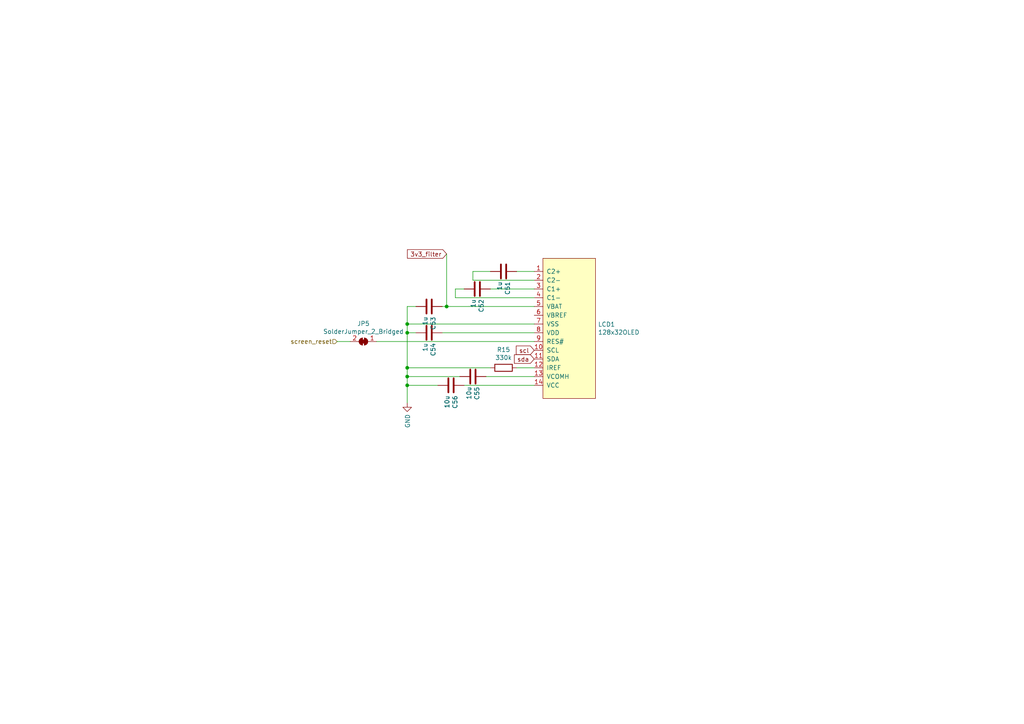
<source format=kicad_sch>
(kicad_sch (version 20211123) (generator eeschema)

  (uuid f8e9fc00-8f60-4688-b1c9-6de1e4c0c204)

  (paper "A4")

  (title_block
    (title "TDM")
    (date "2021-09-17")
    (rev "6")
    (company "TWR")
    (comment 1 "Pocket Sound Computer")
  )

  (lib_symbols
    (symbol "Device:C" (pin_numbers hide) (pin_names (offset 0.254)) (in_bom yes) (on_board yes)
      (property "Reference" "C" (id 0) (at 0.635 2.54 0)
        (effects (font (size 1.27 1.27)) (justify left))
      )
      (property "Value" "C" (id 1) (at 0.635 -2.54 0)
        (effects (font (size 1.27 1.27)) (justify left))
      )
      (property "Footprint" "" (id 2) (at 0.9652 -3.81 0)
        (effects (font (size 1.27 1.27)) hide)
      )
      (property "Datasheet" "~" (id 3) (at 0 0 0)
        (effects (font (size 1.27 1.27)) hide)
      )
      (property "ki_keywords" "cap capacitor" (id 4) (at 0 0 0)
        (effects (font (size 1.27 1.27)) hide)
      )
      (property "ki_description" "Unpolarized capacitor" (id 5) (at 0 0 0)
        (effects (font (size 1.27 1.27)) hide)
      )
      (property "ki_fp_filters" "C_*" (id 6) (at 0 0 0)
        (effects (font (size 1.27 1.27)) hide)
      )
      (symbol "C_0_1"
        (polyline
          (pts
            (xy -2.032 -0.762)
            (xy 2.032 -0.762)
          )
          (stroke (width 0.508) (type default) (color 0 0 0 0))
          (fill (type none))
        )
        (polyline
          (pts
            (xy -2.032 0.762)
            (xy 2.032 0.762)
          )
          (stroke (width 0.508) (type default) (color 0 0 0 0))
          (fill (type none))
        )
      )
      (symbol "C_1_1"
        (pin passive line (at 0 3.81 270) (length 2.794)
          (name "~" (effects (font (size 1.27 1.27))))
          (number "1" (effects (font (size 1.27 1.27))))
        )
        (pin passive line (at 0 -3.81 90) (length 2.794)
          (name "~" (effects (font (size 1.27 1.27))))
          (number "2" (effects (font (size 1.27 1.27))))
        )
      )
    )
    (symbol "Device:R" (pin_numbers hide) (pin_names (offset 0)) (in_bom yes) (on_board yes)
      (property "Reference" "R" (id 0) (at 2.032 0 90)
        (effects (font (size 1.27 1.27)))
      )
      (property "Value" "R" (id 1) (at 0 0 90)
        (effects (font (size 1.27 1.27)))
      )
      (property "Footprint" "" (id 2) (at -1.778 0 90)
        (effects (font (size 1.27 1.27)) hide)
      )
      (property "Datasheet" "~" (id 3) (at 0 0 0)
        (effects (font (size 1.27 1.27)) hide)
      )
      (property "ki_keywords" "R res resistor" (id 4) (at 0 0 0)
        (effects (font (size 1.27 1.27)) hide)
      )
      (property "ki_description" "Resistor" (id 5) (at 0 0 0)
        (effects (font (size 1.27 1.27)) hide)
      )
      (property "ki_fp_filters" "R_*" (id 6) (at 0 0 0)
        (effects (font (size 1.27 1.27)) hide)
      )
      (symbol "R_0_1"
        (rectangle (start -1.016 -2.54) (end 1.016 2.54)
          (stroke (width 0.254) (type default) (color 0 0 0 0))
          (fill (type none))
        )
      )
      (symbol "R_1_1"
        (pin passive line (at 0 3.81 270) (length 1.27)
          (name "~" (effects (font (size 1.27 1.27))))
          (number "1" (effects (font (size 1.27 1.27))))
        )
        (pin passive line (at 0 -3.81 90) (length 1.27)
          (name "~" (effects (font (size 1.27 1.27))))
          (number "2" (effects (font (size 1.27 1.27))))
        )
      )
    )
    (symbol "Jumper:SolderJumper_2_Bridged" (pin_names (offset 0) hide) (in_bom yes) (on_board yes)
      (property "Reference" "JP" (id 0) (at 0 2.032 0)
        (effects (font (size 1.27 1.27)))
      )
      (property "Value" "SolderJumper_2_Bridged" (id 1) (at 0 -2.54 0)
        (effects (font (size 1.27 1.27)))
      )
      (property "Footprint" "" (id 2) (at 0 0 0)
        (effects (font (size 1.27 1.27)) hide)
      )
      (property "Datasheet" "~" (id 3) (at 0 0 0)
        (effects (font (size 1.27 1.27)) hide)
      )
      (property "ki_keywords" "solder jumper SPST" (id 4) (at 0 0 0)
        (effects (font (size 1.27 1.27)) hide)
      )
      (property "ki_description" "Solder Jumper, 2-pole, closed/bridged" (id 5) (at 0 0 0)
        (effects (font (size 1.27 1.27)) hide)
      )
      (property "ki_fp_filters" "SolderJumper*Bridged*" (id 6) (at 0 0 0)
        (effects (font (size 1.27 1.27)) hide)
      )
      (symbol "SolderJumper_2_Bridged_0_1"
        (rectangle (start -0.508 0.508) (end 0.508 -0.508)
          (stroke (width 0) (type default) (color 0 0 0 0))
          (fill (type outline))
        )
        (arc (start -0.254 1.016) (mid -1.27 0) (end -0.254 -1.016)
          (stroke (width 0) (type default) (color 0 0 0 0))
          (fill (type none))
        )
        (arc (start -0.254 1.016) (mid -1.27 0) (end -0.254 -1.016)
          (stroke (width 0) (type default) (color 0 0 0 0))
          (fill (type outline))
        )
        (polyline
          (pts
            (xy -0.254 1.016)
            (xy -0.254 -1.016)
          )
          (stroke (width 0) (type default) (color 0 0 0 0))
          (fill (type none))
        )
        (polyline
          (pts
            (xy 0.254 1.016)
            (xy 0.254 -1.016)
          )
          (stroke (width 0) (type default) (color 0 0 0 0))
          (fill (type none))
        )
        (arc (start 0.254 -1.016) (mid 1.27 0) (end 0.254 1.016)
          (stroke (width 0) (type default) (color 0 0 0 0))
          (fill (type none))
        )
        (arc (start 0.254 -1.016) (mid 1.27 0) (end 0.254 1.016)
          (stroke (width 0) (type default) (color 0 0 0 0))
          (fill (type outline))
        )
      )
      (symbol "SolderJumper_2_Bridged_1_1"
        (pin passive line (at -3.81 0 0) (length 2.54)
          (name "A" (effects (font (size 1.27 1.27))))
          (number "1" (effects (font (size 1.27 1.27))))
        )
        (pin passive line (at 3.81 0 180) (length 2.54)
          (name "B" (effects (font (size 1.27 1.27))))
          (number "2" (effects (font (size 1.27 1.27))))
        )
      )
    )
    (symbol "customLibrary:128x32OLED" (pin_names (offset 1.016)) (in_bom yes) (on_board yes)
      (property "Reference" "LCD" (id 0) (at -6.35 22.86 0)
        (effects (font (size 1.27 1.27)))
      )
      (property "Value" "customLibrary_128x32OLED" (id 1) (at 3.81 0 90)
        (effects (font (size 1.27 1.27)))
      )
      (property "Footprint" "" (id 2) (at 1.27 1.27 0)
        (effects (font (size 1.27 1.27)) hide)
      )
      (property "Datasheet" "" (id 3) (at 1.27 1.27 0)
        (effects (font (size 1.27 1.27)) hide)
      )
      (symbol "128x32OLED_0_1"
        (rectangle (start -7.62 20.32) (end 7.62 -20.32)
          (stroke (width 0) (type default) (color 0 0 0 0))
          (fill (type background))
        )
      )
      (symbol "128x32OLED_1_1"
        (pin input line (at -10.16 16.51 0) (length 2.54)
          (name "C2+" (effects (font (size 1.27 1.27))))
          (number "1" (effects (font (size 1.27 1.27))))
        )
        (pin input line (at -10.16 -6.35 0) (length 2.54)
          (name "SCL" (effects (font (size 1.27 1.27))))
          (number "10" (effects (font (size 1.27 1.27))))
        )
        (pin input line (at -10.16 -8.89 0) (length 2.54)
          (name "SDA" (effects (font (size 1.27 1.27))))
          (number "11" (effects (font (size 1.27 1.27))))
        )
        (pin input line (at -10.16 -11.43 0) (length 2.54)
          (name "IREF" (effects (font (size 1.27 1.27))))
          (number "12" (effects (font (size 1.27 1.27))))
        )
        (pin input line (at -10.16 -13.97 0) (length 2.54)
          (name "VCOMH" (effects (font (size 1.27 1.27))))
          (number "13" (effects (font (size 1.27 1.27))))
        )
        (pin input line (at -10.16 -16.51 0) (length 2.54)
          (name "VCC" (effects (font (size 1.27 1.27))))
          (number "14" (effects (font (size 1.27 1.27))))
        )
        (pin input line (at -10.16 13.97 0) (length 2.54)
          (name "C2-" (effects (font (size 1.27 1.27))))
          (number "2" (effects (font (size 1.27 1.27))))
        )
        (pin input line (at -10.16 11.43 0) (length 2.54)
          (name "C1+" (effects (font (size 1.27 1.27))))
          (number "3" (effects (font (size 1.27 1.27))))
        )
        (pin input line (at -10.16 8.89 0) (length 2.54)
          (name "C1-" (effects (font (size 1.27 1.27))))
          (number "4" (effects (font (size 1.27 1.27))))
        )
        (pin input line (at -10.16 6.35 0) (length 2.54)
          (name "VBAT" (effects (font (size 1.27 1.27))))
          (number "5" (effects (font (size 1.27 1.27))))
        )
        (pin input line (at -10.16 3.81 0) (length 2.54)
          (name "VBREF" (effects (font (size 1.27 1.27))))
          (number "6" (effects (font (size 1.27 1.27))))
        )
        (pin input line (at -10.16 1.27 0) (length 2.54)
          (name "VSS" (effects (font (size 1.27 1.27))))
          (number "7" (effects (font (size 1.27 1.27))))
        )
        (pin input line (at -10.16 -1.27 0) (length 2.54)
          (name "VDD" (effects (font (size 1.27 1.27))))
          (number "8" (effects (font (size 1.27 1.27))))
        )
        (pin input line (at -10.16 -3.81 0) (length 2.54)
          (name "RES#" (effects (font (size 1.27 1.27))))
          (number "9" (effects (font (size 1.27 1.27))))
        )
      )
    )
    (symbol "power:GND" (power) (pin_names (offset 0)) (in_bom yes) (on_board yes)
      (property "Reference" "#PWR" (id 0) (at 0 -6.35 0)
        (effects (font (size 1.27 1.27)) hide)
      )
      (property "Value" "GND" (id 1) (at 0 -3.81 0)
        (effects (font (size 1.27 1.27)))
      )
      (property "Footprint" "" (id 2) (at 0 0 0)
        (effects (font (size 1.27 1.27)) hide)
      )
      (property "Datasheet" "" (id 3) (at 0 0 0)
        (effects (font (size 1.27 1.27)) hide)
      )
      (property "ki_keywords" "power-flag" (id 4) (at 0 0 0)
        (effects (font (size 1.27 1.27)) hide)
      )
      (property "ki_description" "Power symbol creates a global label with name \"GND\" , ground" (id 5) (at 0 0 0)
        (effects (font (size 1.27 1.27)) hide)
      )
      (symbol "GND_0_1"
        (polyline
          (pts
            (xy 0 0)
            (xy 0 -1.27)
            (xy 1.27 -1.27)
            (xy 0 -2.54)
            (xy -1.27 -1.27)
            (xy 0 -1.27)
          )
          (stroke (width 0) (type default) (color 0 0 0 0))
          (fill (type none))
        )
      )
      (symbol "GND_1_1"
        (pin power_in line (at 0 0 270) (length 0) hide
          (name "GND" (effects (font (size 1.27 1.27))))
          (number "1" (effects (font (size 1.27 1.27))))
        )
      )
    )
  )

  (junction (at 118.11 111.76) (diameter 0) (color 0 0 0 0)
    (uuid 22614aba-2c26-4590-8e12-a7a6b6de48de)
  )
  (junction (at 118.11 109.22) (diameter 0) (color 0 0 0 0)
    (uuid 401b5a0c-f502-4551-9d61-fa50a303707e)
  )
  (junction (at 129.54 88.9) (diameter 0) (color 0 0 0 0)
    (uuid 745e0e82-7525-4826-88ae-2e9df6296c28)
  )
  (junction (at 118.11 96.52) (diameter 0) (color 0 0 0 0)
    (uuid 99c0b885-9395-4eaa-a204-8d7dea094883)
  )
  (junction (at 118.11 106.68) (diameter 0) (color 0 0 0 0)
    (uuid d0060422-f68b-4ffa-bca8-6f70dc4f862d)
  )
  (junction (at 118.11 93.98) (diameter 0) (color 0 0 0 0)
    (uuid e2349eb5-0f2d-4c2a-b154-1cfe1ab9cd91)
  )

  (wire (pts (xy 154.94 83.82) (xy 142.24 83.82))
    (stroke (width 0) (type default) (color 0 0 0 0))
    (uuid 03d57b22-a0ad-4d3d-9d1c-5573371e6c2f)
  )
  (wire (pts (xy 134.62 83.82) (xy 132.08 83.82))
    (stroke (width 0) (type default) (color 0 0 0 0))
    (uuid 159c8092-f459-40eb-b409-c2cace814e6e)
  )
  (wire (pts (xy 97.79 99.06) (xy 101.6 99.06))
    (stroke (width 0) (type default) (color 0 0 0 0))
    (uuid 16aa2316-1a67-45e5-b6c4-e59dd85814f4)
  )
  (wire (pts (xy 120.65 96.52) (xy 118.11 96.52))
    (stroke (width 0) (type default) (color 0 0 0 0))
    (uuid 1a1da3ab-0792-420a-a2dd-c670f9cd52e8)
  )
  (wire (pts (xy 118.11 109.22) (xy 118.11 111.76))
    (stroke (width 0) (type default) (color 0 0 0 0))
    (uuid 1d2d8ec8-1f1b-4d06-9a35-eff8e386bdb8)
  )
  (wire (pts (xy 128.27 88.9) (xy 129.54 88.9))
    (stroke (width 0) (type default) (color 0 0 0 0))
    (uuid 1d6518e1-cfe9-4078-adc2-cf8e6477b5cb)
  )
  (wire (pts (xy 142.24 106.68) (xy 118.11 106.68))
    (stroke (width 0) (type default) (color 0 0 0 0))
    (uuid 35e60fa0-27cf-4d0e-8bab-b364400c08c0)
  )
  (wire (pts (xy 133.35 109.22) (xy 118.11 109.22))
    (stroke (width 0) (type default) (color 0 0 0 0))
    (uuid 4c069f0b-8c76-44a0-a999-7bd72a3e8dee)
  )
  (wire (pts (xy 129.54 88.9) (xy 154.94 88.9))
    (stroke (width 0) (type default) (color 0 0 0 0))
    (uuid 4ffce22b-6dff-400b-ae29-06f80eb923b4)
  )
  (wire (pts (xy 154.94 106.68) (xy 149.86 106.68))
    (stroke (width 0) (type default) (color 0 0 0 0))
    (uuid 578f33ff-8d12-4136-bb61-e55b7655fa5b)
  )
  (wire (pts (xy 118.11 88.9) (xy 118.11 93.98))
    (stroke (width 0) (type default) (color 0 0 0 0))
    (uuid 5e27f565-c85a-4f3b-9862-58c0accdd5e3)
  )
  (wire (pts (xy 118.11 93.98) (xy 154.94 93.98))
    (stroke (width 0) (type default) (color 0 0 0 0))
    (uuid 7d3a9372-4f99-452e-9767-51a31df66106)
  )
  (wire (pts (xy 154.94 78.74) (xy 149.86 78.74))
    (stroke (width 0) (type default) (color 0 0 0 0))
    (uuid 832b1e20-f118-4505-ad00-93c040f2f83d)
  )
  (wire (pts (xy 132.08 86.36) (xy 154.94 86.36))
    (stroke (width 0) (type default) (color 0 0 0 0))
    (uuid 86f6faec-7eee-404c-a73a-2ae625f33d8c)
  )
  (wire (pts (xy 142.24 78.74) (xy 137.16 78.74))
    (stroke (width 0) (type default) (color 0 0 0 0))
    (uuid 8eacb9d3-c41d-4b39-abd1-0bc8f2e97411)
  )
  (wire (pts (xy 120.65 88.9) (xy 118.11 88.9))
    (stroke (width 0) (type default) (color 0 0 0 0))
    (uuid 9050328c-80d1-449f-94a8-27658961ba9d)
  )
  (wire (pts (xy 127 111.76) (xy 118.11 111.76))
    (stroke (width 0) (type default) (color 0 0 0 0))
    (uuid 92822296-9b31-4c78-bfe1-2dc7c2e425bc)
  )
  (wire (pts (xy 118.11 106.68) (xy 118.11 109.22))
    (stroke (width 0) (type default) (color 0 0 0 0))
    (uuid 9d2af601-5327-4706-9acb-978b65e95af5)
  )
  (wire (pts (xy 118.11 96.52) (xy 118.11 106.68))
    (stroke (width 0) (type default) (color 0 0 0 0))
    (uuid a3a9b316-86eb-411d-82d0-37407c2e4142)
  )
  (wire (pts (xy 109.22 99.06) (xy 154.94 99.06))
    (stroke (width 0) (type default) (color 0 0 0 0))
    (uuid a9ad6ea5-8293-424c-89d4-c01baf033429)
  )
  (wire (pts (xy 118.11 93.98) (xy 118.11 96.52))
    (stroke (width 0) (type default) (color 0 0 0 0))
    (uuid aa52a4ee-249d-4f84-a65a-9c1702b5bb75)
  )
  (wire (pts (xy 154.94 109.22) (xy 140.97 109.22))
    (stroke (width 0) (type default) (color 0 0 0 0))
    (uuid ac0e5582-f44c-4bc2-8ae7-2c3f1115fb00)
  )
  (wire (pts (xy 137.16 78.74) (xy 137.16 81.28))
    (stroke (width 0) (type default) (color 0 0 0 0))
    (uuid b4afdd30-7a78-4cd8-8670-bb6dd787dcdc)
  )
  (wire (pts (xy 118.11 111.76) (xy 118.11 116.84))
    (stroke (width 0) (type default) (color 0 0 0 0))
    (uuid bf3524aa-7451-4bff-a4df-53f0aa1c0aeb)
  )
  (wire (pts (xy 129.54 73.66) (xy 129.54 88.9))
    (stroke (width 0) (type default) (color 0 0 0 0))
    (uuid d07024fe-e049-4b3a-92c9-954e451a8353)
  )
  (wire (pts (xy 132.08 83.82) (xy 132.08 86.36))
    (stroke (width 0) (type default) (color 0 0 0 0))
    (uuid d3db736b-0e33-4126-b950-5488923df40e)
  )
  (wire (pts (xy 128.27 96.52) (xy 154.94 96.52))
    (stroke (width 0) (type default) (color 0 0 0 0))
    (uuid dbd87a35-3166-440e-a8f0-c71d214a12a6)
  )
  (wire (pts (xy 134.62 111.76) (xy 154.94 111.76))
    (stroke (width 0) (type default) (color 0 0 0 0))
    (uuid e315fb88-f764-4ec7-a92b-006692d5e26f)
  )
  (wire (pts (xy 137.16 81.28) (xy 154.94 81.28))
    (stroke (width 0) (type default) (color 0 0 0 0))
    (uuid f46fb303-7470-41c0-b6e8-4553c1d6503f)
  )

  (global_label "scl" (shape input) (at 154.94 101.6 180) (fields_autoplaced)
    (effects (font (size 1.27 1.27)) (justify right))
    (uuid 76ee303c-1cfc-45a8-ae72-af3efaba6c47)
    (property "Intersheet References" "${INTERSHEET_REFS}" (id 0) (at 0 0 0)
      (effects (font (size 1.27 1.27)) hide)
    )
  )
  (global_label "3v3_filter" (shape input) (at 129.54 73.66 180) (fields_autoplaced)
    (effects (font (size 1.27 1.27)) (justify right))
    (uuid 9f117500-0186-4539-bb94-37f9b7b088eb)
    (property "Intersheet References" "${INTERSHEET_REFS}" (id 0) (at 118.2653 73.7394 0)
      (effects (font (size 1.27 1.27)) (justify right) hide)
    )
  )
  (global_label "sda" (shape input) (at 154.94 104.14 180) (fields_autoplaced)
    (effects (font (size 1.27 1.27)) (justify right))
    (uuid bce25bd3-0fe5-4c8f-bd6c-39e2d62ee70a)
    (property "Intersheet References" "${INTERSHEET_REFS}" (id 0) (at 0 0 0)
      (effects (font (size 1.27 1.27)) hide)
    )
  )

  (hierarchical_label "screen_reset" (shape input) (at 97.79 99.06 180)
    (effects (font (size 1.27 1.27)) (justify right))
    (uuid 09321bf4-1ea1-49b5-b1f9-ac29d6606a74)
  )

  (symbol (lib_id "Jumper:SolderJumper_2_Bridged") (at 105.41 99.06 0) (mirror y) (unit 1)
    (in_bom yes) (on_board yes)
    (uuid 00000000-0000-0000-0000-0000620f1c3b)
    (property "Reference" "JP5" (id 0) (at 105.41 93.853 0))
    (property "Value" "SolderJumper_2_Bridged" (id 1) (at 105.41 96.1644 0))
    (property "Footprint" "Jumper:SolderJumper-2_P1.3mm_Bridged_Pad1.0x1.5mm" (id 2) (at 105.41 99.06 0)
      (effects (font (size 1.27 1.27)) hide)
    )
    (property "Datasheet" "~" (id 3) (at 105.41 99.06 0)
      (effects (font (size 1.27 1.27)) hide)
    )
    (property "checked" "" (id 4) (at 105.41 99.06 0)
      (effects (font (size 1.27 1.27)) hide)
    )
    (pin "1" (uuid 27e7aab9-e8a6-45cb-bd73-8841eb0b19a7))
    (pin "2" (uuid ab77871a-7fb5-4cc7-a787-9592695deae2))
  )

  (symbol (lib_id "customLibrary:128x32OLED") (at 165.1 95.25 0) (unit 1)
    (in_bom yes) (on_board yes)
    (uuid 00000000-0000-0000-0000-00006364f37e)
    (property "Reference" "LCD1" (id 0) (at 173.4312 94.0816 0)
      (effects (font (size 1.27 1.27)) (justify left))
    )
    (property "Value" "128x32OLED" (id 1) (at 173.4312 96.393 0)
      (effects (font (size 1.27 1.27)) (justify left))
    )
    (property "Footprint" "RandomJunk:oled_ssd1306_14pin_91" (id 2) (at 166.37 93.98 0)
      (effects (font (size 1.27 1.27)) hide)
    )
    (property "Datasheet" "" (id 3) (at 166.37 93.98 0)
      (effects (font (size 1.27 1.27)) hide)
    )
    (property "checked" "" (id 4) (at 165.1 95.25 0)
      (effects (font (size 1.27 1.27)) hide)
    )
    (pin "1" (uuid cf56f424-13c4-4f13-bec2-77f1beb15b33))
    (pin "10" (uuid 27205480-faa3-42ff-8a3d-e23e0655cb4c))
    (pin "11" (uuid a96a5c48-76ec-4131-9943-c00793e26d1a))
    (pin "12" (uuid 527097c1-206d-4d8a-8b9f-5b271ad1164a))
    (pin "13" (uuid 503df31b-195f-4f50-a96a-e0f1bc72cd20))
    (pin "14" (uuid d75fff2b-2411-4fac-b88f-c003920c4607))
    (pin "2" (uuid da4a2bfb-a7a5-4c48-bf18-3dd0d5a9f8e4))
    (pin "3" (uuid ecfa96bc-2ded-4725-930d-3086190a8ff8))
    (pin "4" (uuid 4100a1f2-b78e-46de-8dda-1748eeebf903))
    (pin "5" (uuid d1ee93b5-4f0f-4353-a2fd-96c38164a901))
    (pin "6" (uuid 47d621bd-f87b-4d2f-b195-70ed30105922))
    (pin "7" (uuid 7a9201a9-68fe-4397-944a-04522f0a535e))
    (pin "8" (uuid f876a25f-daa4-42a5-a975-8555180fe7ae))
    (pin "9" (uuid 0f01468d-4793-40a9-aa18-d4ec9b5eefff))
  )

  (symbol (lib_id "Device:C") (at 146.05 78.74 270) (unit 1)
    (in_bom yes) (on_board yes)
    (uuid 00000000-0000-0000-0000-00006364f385)
    (property "Reference" "C51" (id 0) (at 147.2184 81.661 0)
      (effects (font (size 1.27 1.27)) (justify left))
    )
    (property "Value" "1u" (id 1) (at 144.907 81.661 0)
      (effects (font (size 1.27 1.27)) (justify left))
    )
    (property "Footprint" "Capacitor_SMD:C_0402_1005Metric" (id 2) (at 142.24 79.7052 0)
      (effects (font (size 1.27 1.27)) hide)
    )
    (property "Datasheet" "~" (id 3) (at 146.05 78.74 0)
      (effects (font (size 1.27 1.27)) hide)
    )
    (property "LCSC" "C52923" (id 4) (at 146.05 78.74 0)
      (effects (font (size 1.27 1.27)) hide)
    )
    (property "checked" "1" (id 5) (at 146.05 78.74 0)
      (effects (font (size 1.27 1.27)) hide)
    )
    (pin "1" (uuid 1ec7ffc9-f059-4670-af1e-411d814e901b))
    (pin "2" (uuid 89cae5c0-6517-443e-a958-d019eaa85064))
  )

  (symbol (lib_id "Device:C") (at 138.43 83.82 270) (unit 1)
    (in_bom yes) (on_board yes)
    (uuid 00000000-0000-0000-0000-00006364f38c)
    (property "Reference" "C52" (id 0) (at 139.5984 86.741 0)
      (effects (font (size 1.27 1.27)) (justify left))
    )
    (property "Value" "1u" (id 1) (at 137.287 86.741 0)
      (effects (font (size 1.27 1.27)) (justify left))
    )
    (property "Footprint" "Capacitor_SMD:C_0402_1005Metric" (id 2) (at 134.62 84.7852 0)
      (effects (font (size 1.27 1.27)) hide)
    )
    (property "Datasheet" "~" (id 3) (at 138.43 83.82 0)
      (effects (font (size 1.27 1.27)) hide)
    )
    (property "LCSC" "C52923" (id 4) (at 138.43 83.82 0)
      (effects (font (size 1.27 1.27)) hide)
    )
    (property "checked" "1" (id 5) (at 138.43 83.82 0)
      (effects (font (size 1.27 1.27)) hide)
    )
    (pin "1" (uuid 83a42f43-b9f1-4caa-83f9-4602a8511e6e))
    (pin "2" (uuid 8d36042d-9c28-4721-9ef7-468b20e56e34))
  )

  (symbol (lib_id "Device:C") (at 124.46 88.9 270) (unit 1)
    (in_bom yes) (on_board yes)
    (uuid 00000000-0000-0000-0000-00006364f39b)
    (property "Reference" "C53" (id 0) (at 125.6284 91.821 0)
      (effects (font (size 1.27 1.27)) (justify left))
    )
    (property "Value" "1u" (id 1) (at 123.317 91.821 0)
      (effects (font (size 1.27 1.27)) (justify left))
    )
    (property "Footprint" "Capacitor_SMD:C_0402_1005Metric" (id 2) (at 120.65 89.8652 0)
      (effects (font (size 1.27 1.27)) hide)
    )
    (property "Datasheet" "~" (id 3) (at 124.46 88.9 0)
      (effects (font (size 1.27 1.27)) hide)
    )
    (property "LCSC" "C52923" (id 4) (at 124.46 88.9 0)
      (effects (font (size 1.27 1.27)) hide)
    )
    (property "checked" "1" (id 5) (at 124.46 88.9 0)
      (effects (font (size 1.27 1.27)) hide)
    )
    (pin "1" (uuid 8182dc42-9dad-4163-b995-bb78c7dde9b0))
    (pin "2" (uuid 14f884c5-132b-423b-a24b-dff1e5f36bf6))
  )

  (symbol (lib_id "Device:C") (at 124.46 96.52 270) (unit 1)
    (in_bom yes) (on_board yes)
    (uuid 00000000-0000-0000-0000-00006364f3a2)
    (property "Reference" "C54" (id 0) (at 125.6284 99.441 0)
      (effects (font (size 1.27 1.27)) (justify left))
    )
    (property "Value" "1u" (id 1) (at 123.317 99.441 0)
      (effects (font (size 1.27 1.27)) (justify left))
    )
    (property "Footprint" "Capacitor_SMD:C_0402_1005Metric" (id 2) (at 120.65 97.4852 0)
      (effects (font (size 1.27 1.27)) hide)
    )
    (property "Datasheet" "~" (id 3) (at 124.46 96.52 0)
      (effects (font (size 1.27 1.27)) hide)
    )
    (property "LCSC" "C52923" (id 4) (at 124.46 96.52 0)
      (effects (font (size 1.27 1.27)) hide)
    )
    (property "checked" "1" (id 5) (at 124.46 96.52 0)
      (effects (font (size 1.27 1.27)) hide)
    )
    (pin "1" (uuid 93caeb72-c711-4af2-b58a-7fc5138f8424))
    (pin "2" (uuid 5eeecaf4-e5fc-46f1-8b5f-0ed64701aabe))
  )

  (symbol (lib_id "power:GND") (at 118.11 116.84 0) (unit 1)
    (in_bom yes) (on_board yes)
    (uuid 00000000-0000-0000-0000-00006364f3bb)
    (property "Reference" "#PWR040" (id 0) (at 118.11 123.19 0)
      (effects (font (size 1.27 1.27)) hide)
    )
    (property "Value" "GND" (id 1) (at 118.237 120.0912 90)
      (effects (font (size 1.27 1.27)) (justify right))
    )
    (property "Footprint" "" (id 2) (at 118.11 116.84 0)
      (effects (font (size 1.27 1.27)) hide)
    )
    (property "Datasheet" "" (id 3) (at 118.11 116.84 0)
      (effects (font (size 1.27 1.27)) hide)
    )
    (pin "1" (uuid fc2acc71-b68f-491e-84d2-eccbbf330ae9))
  )

  (symbol (lib_id "Device:C") (at 130.81 111.76 270) (unit 1)
    (in_bom yes) (on_board yes)
    (uuid 00000000-0000-0000-0000-00006364f3c2)
    (property "Reference" "C56" (id 0) (at 131.9784 114.681 0)
      (effects (font (size 1.27 1.27)) (justify left))
    )
    (property "Value" "10u" (id 1) (at 129.667 114.681 0)
      (effects (font (size 1.27 1.27)) (justify left))
    )
    (property "Footprint" "Capacitor_SMD:C_0402_1005Metric" (id 2) (at 127 112.7252 0)
      (effects (font (size 1.27 1.27)) hide)
    )
    (property "Datasheet" "~" (id 3) (at 130.81 111.76 0)
      (effects (font (size 1.27 1.27)) hide)
    )
    (property "LCSC" "C15525" (id 4) (at 130.81 111.76 0)
      (effects (font (size 1.27 1.27)) hide)
    )
    (property "checked" "1" (id 5) (at 130.81 111.76 0)
      (effects (font (size 1.27 1.27)) hide)
    )
    (pin "1" (uuid 440cde4b-6a21-4b27-8e1b-5e726b8dd32a))
    (pin "2" (uuid 130e97bb-b466-437e-9301-6861dc44c021))
  )

  (symbol (lib_id "Device:C") (at 137.16 109.22 270) (unit 1)
    (in_bom yes) (on_board yes)
    (uuid 00000000-0000-0000-0000-00006364f3c9)
    (property "Reference" "C55" (id 0) (at 138.3284 112.141 0)
      (effects (font (size 1.27 1.27)) (justify left))
    )
    (property "Value" "10u" (id 1) (at 136.017 112.141 0)
      (effects (font (size 1.27 1.27)) (justify left))
    )
    (property "Footprint" "Capacitor_SMD:C_0402_1005Metric" (id 2) (at 133.35 110.1852 0)
      (effects (font (size 1.27 1.27)) hide)
    )
    (property "Datasheet" "~" (id 3) (at 137.16 109.22 0)
      (effects (font (size 1.27 1.27)) hide)
    )
    (property "LCSC" "C15525" (id 4) (at 137.16 109.22 0)
      (effects (font (size 1.27 1.27)) hide)
    )
    (property "checked" "1" (id 5) (at 137.16 109.22 0)
      (effects (font (size 1.27 1.27)) hide)
    )
    (pin "1" (uuid f99d6192-af69-4d42-a716-d26d8cc3b0af))
    (pin "2" (uuid f42a1648-05b7-4482-bc62-742ec2605f49))
  )

  (symbol (lib_id "Device:R") (at 146.05 106.68 270) (unit 1)
    (in_bom yes) (on_board yes)
    (uuid 00000000-0000-0000-0000-00006364f3cf)
    (property "Reference" "R15" (id 0) (at 146.05 101.4222 90))
    (property "Value" "330k" (id 1) (at 146.05 103.7336 90))
    (property "Footprint" "Resistor_SMD:R_0402_1005Metric" (id 2) (at 146.05 104.902 90)
      (effects (font (size 1.27 1.27)) hide)
    )
    (property "Datasheet" "~" (id 3) (at 146.05 106.68 0)
      (effects (font (size 1.27 1.27)) hide)
    )
    (property "LCSC" "C25778" (id 4) (at 146.05 106.68 0)
      (effects (font (size 1.27 1.27)) hide)
    )
    (property "checked" "1" (id 5) (at 146.05 106.68 0)
      (effects (font (size 1.27 1.27)) hide)
    )
    (pin "1" (uuid 89f4e6c3-db2f-410b-83da-3e16c81aa01c))
    (pin "2" (uuid 2bee94b6-f6b5-4588-b33b-d927f125d5a0))
  )
)

</source>
